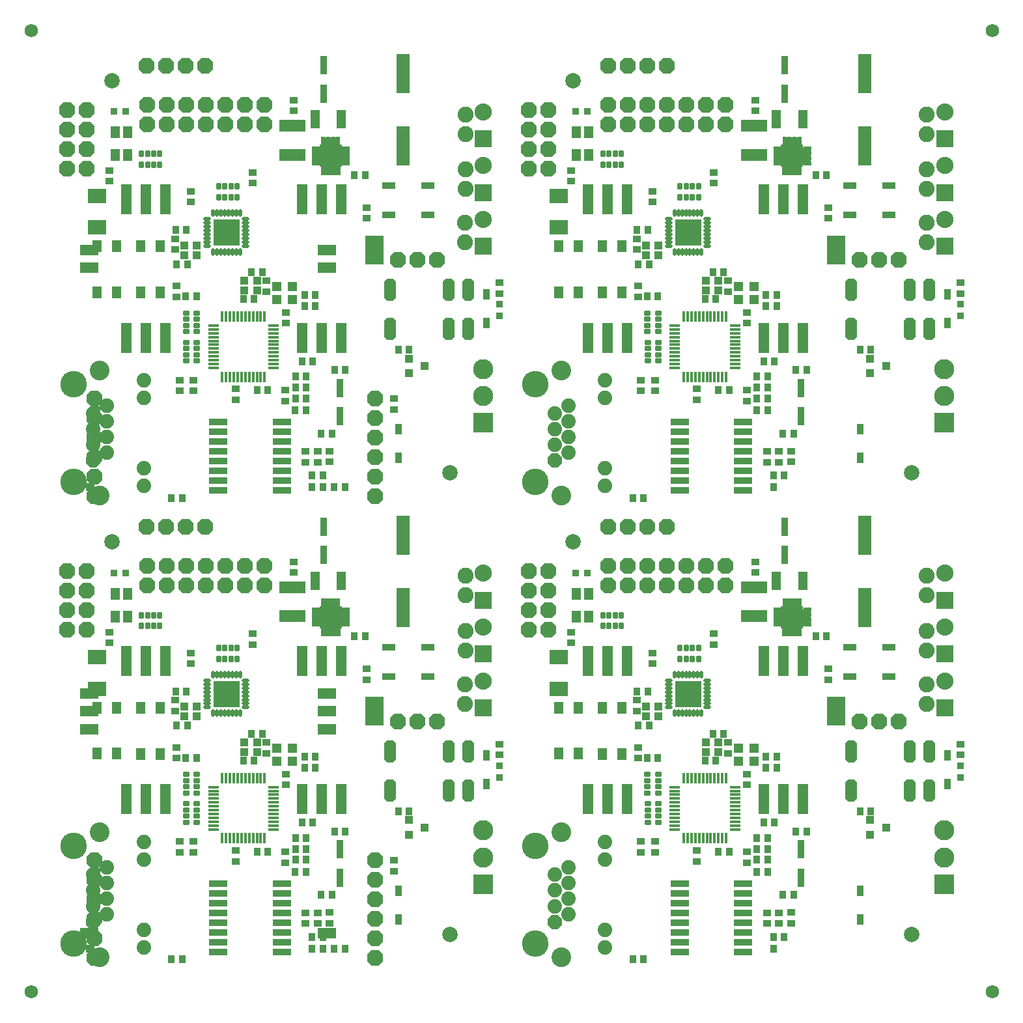
<source format=gts>
%FSTAX23Y23*%
%MOMM*%
%SFA1B1*%

%IPPOS*%
%AMD83*
4,1,8,0.939800,0.388620,0.388620,0.939800,-0.388620,0.939800,-0.939800,0.388620,-0.939800,-0.388620,-0.388620,-0.939800,0.388620,-0.939800,0.939800,-0.388620,0.939800,0.388620,0.0*
%
%AMD131*
4,1,8,0.124460,0.452120,-0.124460,0.452120,-0.350520,0.223520,-0.350520,-0.223520,-0.124460,-0.452120,0.124460,-0.452120,0.350520,-0.223520,0.350520,0.223520,0.124460,0.452120,0.0*
1,1,0.454000,0.124460,0.223520*
1,1,0.454000,-0.124460,0.223520*
1,1,0.454000,-0.124460,-0.223520*
1,1,0.454000,0.124460,-0.223520*
%
%AMD147*
4,1,8,-0.452120,0.124460,-0.452120,-0.124460,-0.223520,-0.350520,0.223520,-0.350520,0.452120,-0.124460,0.452120,0.124460,0.223520,0.350520,-0.223520,0.350520,-0.452120,0.124460,0.0*
1,1,0.454000,-0.223520,0.124460*
1,1,0.454000,-0.223520,-0.124460*
1,1,0.454000,0.223520,-0.124460*
1,1,0.454000,0.223520,0.124460*
%
%AMD150*
4,1,8,0.431800,-1.041400,1.041400,-0.431800,1.041400,0.431800,0.431800,1.041400,-0.431800,1.041400,-1.041400,0.431800,-1.041400,-0.431800,-0.431800,-1.041400,0.431800,-1.041400,0.0*
%
%AMD153*
4,1,8,0.762000,-1.041400,0.762000,1.041400,0.381000,1.422400,-0.381000,1.422400,-0.762000,1.041400,-0.762000,-1.041400,-0.381000,-1.422400,0.381000,-1.422400,0.762000,-1.041400,0.0*
%
%AMD154*
4,1,8,1.041400,0.431800,0.431800,1.041400,-0.431800,1.041400,-1.041400,0.431800,-1.041400,-0.431800,-0.431800,-1.041400,0.431800,-1.041400,1.041400,-0.431800,1.041400,0.431800,0.0*
%
G04~CAMADD=83~4~0.0~0.0~739.8~739.8~0.0~216.7~0~0.0~0.0~0.0~0.0~0~0.0~0.0~0.0~0.0~0~0.0~0.0~0.0~315.0~739.8~739.8*
%ADD83D83*%
%ADD90C,1.879996*%
%ADD114R,2.499995X1.224998*%
%ADD115R,1.124998X2.274995*%
%ADD116R,2.174996X1.224998*%
%ADD117R,1.124998X1.999996*%
%ADD118R,3.502993X3.502993*%
%ADD119O,0.452999X1.002998*%
%ADD120O,1.002998X0.452999*%
%ADD121R,1.802996X5.202990*%
%ADD122R,2.402995X3.802992*%
%ADD123R,2.437995X1.421997*%
%ADD124R,1.726997X0.964998*%
%ADD125R,1.102998X1.002998*%
%ADD126R,1.302997X1.602997*%
%ADD127R,0.964998X0.964998*%
%ADD128R,1.202998X1.302997*%
%ADD129R,1.102998X1.002998*%
%ADD130R,2.402995X0.962998*%
G04~CAMADD=131~8~0.0~0.0~276.8~355.5~89.4~0.0~15~0.0~0.0~0.0~0.0~0~0.0~0.0~0.0~0.0~0~0.0~0.0~0.0~0.0~276.8~355.5*
%ADD131D131*%
%ADD132R,1.202998X1.502997*%
%ADD133R,0.852998X2.402995*%
%ADD134R,1.452997X3.952992*%
%ADD135R,1.199998X2.399995*%
%ADD136R,3.502993X1.602997*%
%ADD137R,1.052998X0.552999*%
%ADD138R,0.552999X1.052998*%
%ADD139R,2.902994X2.902994*%
%ADD140R,1.402997X0.432999*%
%ADD141R,0.432999X1.402997*%
%ADD142R,2.362995X1.982996*%
%ADD143R,0.902998X1.402997*%
%ADD144R,0.999998X0.899998*%
%ADD145C,1.999996*%
%ADD146R,0.899998X0.999998*%
G04~CAMADD=147~8~0.0~0.0~276.8~355.5~89.4~0.0~15~0.0~0.0~0.0~0.0~0~0.0~0.0~0.0~0.0~0~0.0~0.0~0.0~90.0~356.0~276.0*
%ADD147D147*%
%ADD148R,0.964998X0.964998*%
%ADD149C,1.726997*%
G04~CAMADD=150~4~0.0~0.0~819.9~819.9~0.0~240.1~0~0.0~0.0~0.0~0.0~0~0.0~0.0~0.0~0.0~0~0.0~0.0~0.0~225.0~819.9~819.9*
%ADD150D150*%
%ADD151R,2.615995X2.615995*%
%ADD152C,2.615995*%
G04~CAMADD=153~4~0.0~0.0~1120.1~600.0~0.0~150.0~0~0.0~0.0~0.0~0.0~0~0.0~0.0~0.0~0.0~0~0.0~0.0~0.0~270.0~600.0~1120.0*
%ADD153D153*%
G04~CAMADD=154~4~0.0~0.0~819.9~819.9~0.0~240.1~0~0.0~0.0~0.0~0.0~0~0.0~0.0~0.0~0.0~0~0.0~0.0~0.0~315.0~819.9~819.9*
%ADD154D154*%
%ADD155C,2.557995*%
%ADD156C,3.452993*%
%ADD157R,2.234996X2.234996*%
%ADD158C,2.234996*%
%ADD159C,2.082996*%
%LNsnarc_panel-1*%
%LPD*%
G54D83*
X10564Y11619D03*
X70564D03*
X10564Y71619D03*
X70564D03*
G54D90*
X17164Y08314D03*
Y10604D03*
Y19744D03*
Y22034D03*
X12344Y18729D03*
X10564Y17739D03*
X12344Y16689D03*
X10564Y15699D03*
X12344Y14649D03*
X10564Y13659D03*
X12344Y12609D03*
X77164Y08314D03*
Y10604D03*
Y19744D03*
Y22034D03*
X72344Y18729D03*
X70564Y17739D03*
X72344Y16689D03*
X70564Y15699D03*
X72344Y14649D03*
X70564Y13659D03*
X72344Y12609D03*
X17164Y68314D03*
Y70604D03*
Y79744D03*
Y82034D03*
X12344Y78729D03*
X10564Y77739D03*
X12344Y76689D03*
X10564Y75699D03*
X12344Y74649D03*
X10564Y73659D03*
X12344Y72609D03*
X77164Y68314D03*
Y70604D03*
Y79744D03*
Y82034D03*
X72344Y78729D03*
X70564Y77739D03*
X72344Y76689D03*
X70564Y75699D03*
X72344Y74649D03*
X70564Y73659D03*
X72344Y72609D03*
G54D114*
X41449Y49337D03*
X101449D03*
X41449Y109337D03*
X101449D03*
G54D115*
X43387Y51161D03*
X103386D03*
X43387Y111161D03*
X103386D03*
G54D116*
X41512Y53061D03*
X101511D03*
X41512Y113061D03*
X101511D03*
G54D117*
X39562Y51224D03*
X99561D03*
X39562Y111224D03*
X99561D03*
G54D118*
X2792Y41253D03*
X8792D03*
X2792Y101253D03*
X8792D03*
G54D119*
X2617Y43753D03*
X2667D03*
X2717D03*
X2767D03*
X2817D03*
X2867D03*
X2917D03*
X2967D03*
Y38753D03*
X2917D03*
X2867D03*
X2817D03*
X2767D03*
X2717D03*
X2667D03*
X2617D03*
X8617Y43753D03*
X8667D03*
X8717D03*
X8767D03*
X8817D03*
X8867D03*
X8917D03*
X8967D03*
Y38753D03*
X8917D03*
X8867D03*
X8817D03*
X8767D03*
X8717D03*
X8667D03*
X8617D03*
X2617Y103753D03*
X2667D03*
X2717D03*
X2767D03*
X2817D03*
X2867D03*
X2917D03*
X2967D03*
Y98753D03*
X2917D03*
X2867D03*
X2817D03*
X2767D03*
X2717D03*
X2667D03*
X2617D03*
X8617Y103753D03*
X8667D03*
X8717D03*
X8767D03*
X8817D03*
X8867D03*
X8917D03*
X8967D03*
Y98753D03*
X8917D03*
X8867D03*
X8817D03*
X8767D03*
X8717D03*
X8667D03*
X8617D03*
G54D120*
X3042Y43003D03*
Y42503D03*
Y42003D03*
Y41503D03*
Y41003D03*
Y40503D03*
Y40003D03*
Y39503D03*
X2542D03*
Y40003D03*
Y40503D03*
Y41003D03*
Y41503D03*
Y42003D03*
Y42503D03*
Y43003D03*
X9042D03*
Y42503D03*
Y42003D03*
Y41503D03*
Y41003D03*
Y40503D03*
Y40003D03*
Y39503D03*
X8542D03*
Y40003D03*
Y40503D03*
Y41003D03*
Y41503D03*
Y42003D03*
Y42503D03*
Y43003D03*
X3042Y103003D03*
Y102503D03*
Y102003D03*
Y101503D03*
Y101003D03*
Y100503D03*
Y100003D03*
Y99503D03*
X2542D03*
Y100003D03*
Y100503D03*
Y101003D03*
Y101503D03*
Y102003D03*
Y102503D03*
Y103003D03*
X9042D03*
Y102503D03*
Y102003D03*
Y101503D03*
Y101003D03*
Y100503D03*
Y100003D03*
Y99503D03*
X8542D03*
Y100003D03*
Y100503D03*
Y101003D03*
Y101503D03*
Y102003D03*
Y102503D03*
Y103003D03*
G54D121*
X50874Y52524D03*
Y61924D03*
X110874Y52524D03*
Y61924D03*
X50874Y112524D03*
Y121924D03*
X110874Y112524D03*
Y121924D03*
G54D122*
X47148Y38999D03*
X107148D03*
X47148Y98999D03*
X107148D03*
G54D123*
X4095Y36688D03*
Y38999D03*
Y4131D03*
X10095Y36688D03*
Y38999D03*
Y4131D03*
X4095Y96688D03*
Y98999D03*
Y10131D03*
X10095Y96688D03*
Y98999D03*
Y10131D03*
G54D124*
X54064Y43544D03*
X48984D03*
X54064Y47354D03*
X48984D03*
X114064Y43544D03*
X108984D03*
X114064Y47354D03*
X108984D03*
X54064Y103544D03*
X48984D03*
X54064Y107354D03*
X48984D03*
X114064Y103544D03*
X108984D03*
X114064Y107354D03*
X108984D03*
G54D125*
X53699Y23899D03*
X51599Y22949D03*
Y24849D03*
X113699Y23899D03*
X111599Y22949D03*
Y24849D03*
X53699Y83899D03*
X51599Y82949D03*
Y84849D03*
X113699Y83899D03*
X111599Y82949D03*
Y84849D03*
G54D126*
X15024Y54299D03*
X13424D03*
X15024Y51299D03*
X13424D03*
X75024Y54299D03*
X73424D03*
X75024Y51299D03*
X73424D03*
X15024Y114299D03*
X13424D03*
X15024Y111299D03*
X13424D03*
X75024Y114299D03*
X73424D03*
X75024Y111299D03*
X73424D03*
G54D127*
X63374Y30412D03*
Y31936D03*
X123374Y30412D03*
Y31936D03*
X63374Y90412D03*
Y91936D03*
X123374Y90412D03*
Y91936D03*
G54D128*
X36499Y34199D03*
Y32499D03*
X34445Y32503D03*
Y34203D03*
X96499Y34199D03*
Y32499D03*
X94445Y32503D03*
Y34203D03*
X36499Y94199D03*
Y92499D03*
X34445Y92503D03*
Y94203D03*
X96499Y94199D03*
Y92499D03*
X94445Y92503D03*
Y94203D03*
G54D129*
X2242Y39578D03*
X2407D03*
Y38328D03*
X2242D03*
X3022Y34978D03*
X3187D03*
Y33728D03*
X3022D03*
X8242Y39578D03*
X8407D03*
Y38328D03*
X8242D03*
X9022Y34978D03*
X9187D03*
Y33728D03*
X9022D03*
X2242Y99578D03*
X2407D03*
Y98328D03*
X2242D03*
X3022Y94978D03*
X3187D03*
Y93728D03*
X3022D03*
X8242Y99578D03*
X8407D03*
Y98328D03*
X8242D03*
X9022Y94978D03*
X9187D03*
Y93728D03*
X9022D03*
G54D130*
X26846Y07729D03*
Y08999D03*
Y10269D03*
Y11539D03*
Y12809D03*
Y14079D03*
Y15349D03*
Y16619D03*
X35102D03*
Y15349D03*
Y14079D03*
Y12809D03*
Y11539D03*
Y10269D03*
Y08999D03*
Y07729D03*
X86847D03*
Y08999D03*
Y10269D03*
Y11539D03*
Y12809D03*
Y14079D03*
Y15349D03*
Y16619D03*
X95102D03*
Y15349D03*
Y14079D03*
Y12809D03*
Y11539D03*
Y10269D03*
Y08999D03*
Y07729D03*
X26846Y67729D03*
Y68999D03*
Y70269D03*
Y71539D03*
Y72809D03*
Y74079D03*
Y75349D03*
Y76619D03*
X35102D03*
Y75349D03*
Y74079D03*
Y72809D03*
Y71539D03*
Y70269D03*
Y68999D03*
Y67729D03*
X86847D03*
Y68999D03*
Y70269D03*
Y71539D03*
Y72809D03*
Y74079D03*
Y75349D03*
Y76619D03*
X95102D03*
Y75349D03*
Y74079D03*
Y72809D03*
Y71539D03*
Y70269D03*
Y68999D03*
Y67729D03*
G54D131*
X26895Y45828D03*
X27695D03*
X28495D03*
X29295D03*
X26895Y47228D03*
X27695D03*
X28495D03*
X29295D03*
X19245Y51478D03*
X18445D03*
X17645D03*
X16845D03*
X19245Y50078D03*
X18445D03*
X17645D03*
X16845D03*
X86895Y45828D03*
X87695D03*
X88495D03*
X89295D03*
X86895Y47228D03*
X87695D03*
X88495D03*
X89295D03*
X79245Y51478D03*
X78445D03*
X77645D03*
X76845D03*
X79245Y50078D03*
X78445D03*
X77645D03*
X76845D03*
X26895Y105828D03*
X27695D03*
X28495D03*
X29295D03*
X26895Y107228D03*
X27695D03*
X28495D03*
X29295D03*
X19245Y111478D03*
X18445D03*
X17645D03*
X16845D03*
X19245Y110078D03*
X18445D03*
X17645D03*
X16845D03*
X86895Y105828D03*
X87695D03*
X88495D03*
X89295D03*
X86895Y107228D03*
X87695D03*
X88495D03*
X89295D03*
X79245Y111478D03*
X78445D03*
X77645D03*
X76845D03*
X79245Y110078D03*
X78445D03*
X77645D03*
X76845D03*
G54D132*
X16775Y33453D03*
X19315D03*
X16775Y39453D03*
X19315D03*
X13615Y39478D03*
X11075D03*
X13615Y33478D03*
X11075D03*
X76775Y33453D03*
X79315D03*
X76775Y39453D03*
X79315D03*
X73615Y39478D03*
X71075D03*
X73615Y33478D03*
X71075D03*
X16775Y93453D03*
X19315D03*
X16775Y99453D03*
X19315D03*
X13615Y99478D03*
X11075D03*
X13615Y93478D03*
X11075D03*
X76775Y93453D03*
X79315D03*
X76775Y99453D03*
X79315D03*
X73615Y99478D03*
X71075D03*
X73615Y93478D03*
X71075D03*
G54D133*
X42624Y17349D03*
Y21049D03*
X40524Y59324D03*
Y63024D03*
X102624Y17349D03*
Y21049D03*
X100524Y59324D03*
Y63024D03*
X42624Y77349D03*
Y81049D03*
X40524Y119324D03*
Y123024D03*
X102624Y77349D03*
Y81049D03*
X100524Y119324D03*
Y123024D03*
G54D134*
X42845Y27578D03*
X40305D03*
X37765D03*
X19985D03*
X17445D03*
X14905D03*
Y45578D03*
X17445D03*
X19985D03*
X37765D03*
X40305D03*
X42845D03*
X102845Y27578D03*
X100305D03*
X97765D03*
X79985D03*
X77445D03*
X74905D03*
Y45578D03*
X77445D03*
X79985D03*
X97765D03*
X100305D03*
X102845D03*
X42845Y87578D03*
X40305D03*
X37765D03*
X19985D03*
X17445D03*
X14905D03*
Y105578D03*
X17445D03*
X19985D03*
X37765D03*
X40305D03*
X42845D03*
X102845Y87578D03*
X100305D03*
X97765D03*
X79985D03*
X77445D03*
X74905D03*
Y105578D03*
X77445D03*
X79985D03*
X97765D03*
X100305D03*
X102845D03*
G54D135*
X39424Y55949D03*
X42824D03*
X99424D03*
X102824D03*
X39424Y115949D03*
X42824D03*
X99424D03*
X102824D03*
G54D136*
X36474Y51349D03*
Y55149D03*
X96474Y51349D03*
Y55149D03*
X36474Y111349D03*
Y115149D03*
X96474Y111349D03*
Y115149D03*
G54D137*
X39524Y50249D03*
Y50899D03*
Y51549D03*
Y52199D03*
X43424Y50249D03*
Y51549D03*
Y50899D03*
Y52199D03*
X99524Y50249D03*
Y50899D03*
Y51549D03*
Y52199D03*
X103424Y50249D03*
Y51549D03*
Y50899D03*
Y52199D03*
X39524Y110249D03*
Y110899D03*
Y111549D03*
Y112199D03*
X43424Y110249D03*
Y111549D03*
Y110899D03*
Y112199D03*
X99524Y110249D03*
Y110899D03*
Y111549D03*
Y112199D03*
X103424Y110249D03*
Y111549D03*
Y110899D03*
Y112199D03*
G54D138*
X40474Y53149D03*
X41124D03*
X41774D03*
X42424D03*
X40474Y49249D03*
X42424D03*
X41774D03*
X41124D03*
X100474Y53149D03*
X101124D03*
X101774D03*
X102424D03*
X100474Y49249D03*
X102424D03*
X101774D03*
X101124D03*
X40474Y113149D03*
X41124D03*
X41774D03*
X42424D03*
X40474Y109249D03*
X42424D03*
X41774D03*
X41124D03*
X100474Y113149D03*
X101124D03*
X101774D03*
X102424D03*
X100474Y109249D03*
X102424D03*
X101774D03*
X101124D03*
G54D139*
X41449Y51224D03*
X101449D03*
X41449Y111224D03*
X101449D03*
G54D140*
X26199Y23649D03*
Y24149D03*
Y24649D03*
Y25149D03*
Y25649D03*
Y26149D03*
Y26649D03*
Y27149D03*
Y27649D03*
Y28149D03*
Y28649D03*
Y29149D03*
X34049D03*
Y28649D03*
Y28149D03*
Y27649D03*
Y27149D03*
Y26649D03*
Y26149D03*
Y25649D03*
Y25149D03*
Y24649D03*
Y24149D03*
Y23649D03*
X86199D03*
Y24149D03*
Y24649D03*
Y25149D03*
Y25649D03*
Y26149D03*
Y26649D03*
Y27149D03*
Y27649D03*
Y28149D03*
Y28649D03*
Y29149D03*
X94049D03*
Y28649D03*
Y28149D03*
Y27649D03*
Y27149D03*
Y26649D03*
Y26149D03*
Y25649D03*
Y25149D03*
Y24649D03*
Y24149D03*
Y23649D03*
X26199Y83649D03*
Y84149D03*
Y84649D03*
Y85149D03*
Y85649D03*
Y86149D03*
Y86649D03*
Y87149D03*
Y87649D03*
Y88149D03*
Y88649D03*
Y89149D03*
X34049D03*
Y88649D03*
Y88149D03*
Y87649D03*
Y87149D03*
Y86649D03*
Y86149D03*
Y85649D03*
Y85149D03*
Y84649D03*
Y84149D03*
Y83649D03*
X86199D03*
Y84149D03*
Y84649D03*
Y85149D03*
Y85649D03*
Y86149D03*
Y86649D03*
Y87149D03*
Y87649D03*
Y88149D03*
Y88649D03*
Y89149D03*
X94049D03*
Y88649D03*
Y88149D03*
Y87649D03*
Y87149D03*
Y86649D03*
Y86149D03*
Y85649D03*
Y85149D03*
Y84649D03*
Y84149D03*
Y83649D03*
G54D141*
X27374Y30324D03*
X27874D03*
X28374D03*
X28874D03*
X29374D03*
X29874D03*
X30374D03*
X30874D03*
X31374D03*
X31874D03*
X32374D03*
X32874D03*
Y22474D03*
X32374D03*
X31874D03*
X31374D03*
X30874D03*
X30374D03*
X29874D03*
X29374D03*
X28874D03*
X28374D03*
X27874D03*
X27374D03*
X87374Y30324D03*
X87874D03*
X88374D03*
X88874D03*
X89374D03*
X89874D03*
X90374D03*
X90874D03*
X91374D03*
X91874D03*
X92374D03*
X92874D03*
Y22474D03*
X92374D03*
X91874D03*
X91374D03*
X90874D03*
X90374D03*
X89874D03*
X89374D03*
X88874D03*
X88374D03*
X87874D03*
X87374D03*
X27374Y90324D03*
X27874D03*
X28374D03*
X28874D03*
X29374D03*
X29874D03*
X30374D03*
X30874D03*
X31374D03*
X31874D03*
X32374D03*
X32874D03*
Y82474D03*
X32374D03*
X31874D03*
X31374D03*
X30874D03*
X30374D03*
X29874D03*
X29374D03*
X28874D03*
X28374D03*
X27874D03*
X27374D03*
X87374Y90324D03*
X87874D03*
X88374D03*
X88874D03*
X89374D03*
X89874D03*
X90374D03*
X90874D03*
X91374D03*
X91874D03*
X92374D03*
X92874D03*
Y82474D03*
X92374D03*
X91874D03*
X91374D03*
X90874D03*
X90374D03*
X89874D03*
X89374D03*
X88874D03*
X88374D03*
X87874D03*
X87374D03*
G54D142*
X11095Y41938D03*
Y46008D03*
X71095Y41938D03*
Y46008D03*
X11095Y101938D03*
Y106008D03*
X71095Y101938D03*
Y106008D03*
G54D143*
X61699Y29524D03*
Y33224D03*
X50274Y11949D03*
Y15649D03*
X121699Y29524D03*
Y33224D03*
X110274Y11949D03*
Y15649D03*
X61699Y89524D03*
Y93224D03*
X50274Y71949D03*
Y75649D03*
X121699Y89524D03*
Y93224D03*
X110274Y71949D03*
Y75649D03*
G54D144*
X63374Y33324D03*
Y34724D03*
X21245Y39028D03*
Y40428D03*
X31299Y49074D03*
Y47674D03*
X23299Y46599D03*
Y45199D03*
X4972Y18228D03*
Y19628D03*
X36674Y57049D03*
Y58449D03*
X12724Y47899D03*
Y49299D03*
X41347Y11424D03*
Y12824D03*
X29074Y19499D03*
Y20899D03*
X3312Y34953D03*
Y33553D03*
X35549Y19324D03*
Y20724D03*
X35599Y30849D03*
Y29449D03*
X3977Y11403D03*
Y12803D03*
X3817Y11403D03*
Y12803D03*
X21799Y20674D03*
Y22074D03*
X23649Y20649D03*
Y22049D03*
X2142Y34303D03*
Y32903D03*
X46149Y43099D03*
Y44499D03*
X123374Y33324D03*
Y34724D03*
X81245Y39028D03*
Y40428D03*
X91299Y49074D03*
Y47674D03*
X83299Y46599D03*
Y45199D03*
X10972Y18228D03*
Y19628D03*
X96674Y57049D03*
Y58449D03*
X72724Y47899D03*
Y49299D03*
X101347Y11424D03*
Y12824D03*
X89074Y19499D03*
Y20899D03*
X9312Y34953D03*
Y33553D03*
X95549Y19324D03*
Y20724D03*
X95599Y30849D03*
Y29449D03*
X9977Y11403D03*
Y12803D03*
X9817Y11403D03*
Y12803D03*
X81799Y20674D03*
Y22074D03*
X83649Y20649D03*
Y22049D03*
X8142Y34303D03*
Y32903D03*
X106149Y43099D03*
Y44499D03*
X63374Y93324D03*
Y94724D03*
X21245Y99028D03*
Y100428D03*
X31299Y109074D03*
Y107674D03*
X23299Y106599D03*
Y105199D03*
X4972Y78228D03*
Y79628D03*
X36674Y117049D03*
Y118449D03*
X12724Y107899D03*
Y109299D03*
X41347Y71424D03*
Y72824D03*
X29074Y79499D03*
Y80899D03*
X3312Y94953D03*
Y93553D03*
X35549Y79324D03*
Y80724D03*
X35599Y90849D03*
Y89449D03*
X3977Y71403D03*
Y72803D03*
X3817Y71403D03*
Y72803D03*
X21799Y80674D03*
Y82074D03*
X23649Y80649D03*
Y82049D03*
X2142Y94303D03*
Y92903D03*
X46149Y103099D03*
Y104499D03*
X123374Y93324D03*
Y94724D03*
X81245Y99028D03*
Y100428D03*
X91299Y109074D03*
Y107674D03*
X83299Y106599D03*
Y105199D03*
X10972Y78228D03*
Y79628D03*
X96674Y117049D03*
Y118449D03*
X72724Y107899D03*
Y109299D03*
X101347Y71424D03*
Y72824D03*
X89074Y79499D03*
Y80899D03*
X9312Y94953D03*
Y93553D03*
X95549Y79324D03*
Y80724D03*
X95599Y90849D03*
Y89449D03*
X9977Y71403D03*
Y72803D03*
X9817Y71403D03*
Y72803D03*
X81799Y80674D03*
Y82074D03*
X83649Y80649D03*
Y82049D03*
X8142Y94303D03*
Y92903D03*
X106149Y103099D03*
Y104499D03*
G54D145*
X12999Y60999D03*
X56999Y09999D03*
X72999Y60999D03*
X116999Y09999D03*
X12999Y120999D03*
X56999Y69999D03*
X72999Y120999D03*
X116999Y69999D03*
G54D146*
X21295Y41578D03*
X22695D03*
X39474Y33124D03*
X38074D03*
X45924Y48724D03*
X44524D03*
X21445Y37128D03*
X22845D03*
X4332Y08128D03*
X4192D03*
X41647Y15105D03*
X40247D03*
X43349Y23349D03*
X41949D03*
X39149Y24524D03*
X37749D03*
X39474Y31674D03*
X38074D03*
X3257Y36053D03*
X3117D03*
X38249Y18124D03*
X36849D03*
X36874Y22499D03*
X38274D03*
X36874Y19699D03*
X38274D03*
Y21099D03*
X36874D03*
X3902Y08128D03*
X4042D03*
X33274Y20774D03*
X31874D03*
X3012Y32603D03*
X3152D03*
X40424Y09674D03*
X39024D03*
X22149Y06724D03*
X20749D03*
X2402Y32928D03*
X2262D03*
X51674Y25999D03*
X50274D03*
X81295Y41578D03*
X82695D03*
X99474Y33124D03*
X98074D03*
X105924Y48724D03*
X104524D03*
X81445Y37128D03*
X82845D03*
X10332Y08128D03*
X10192D03*
X101647Y15105D03*
X100247D03*
X103349Y23349D03*
X101949D03*
X99149Y24524D03*
X97749D03*
X99474Y31674D03*
X98074D03*
X9257Y36053D03*
X9117D03*
X98249Y18124D03*
X96849D03*
X96874Y22499D03*
X98274D03*
X96874Y19699D03*
X98274D03*
Y21099D03*
X96874D03*
X9902Y08128D03*
X10042D03*
X93274Y20774D03*
X91874D03*
X9012Y32603D03*
X9152D03*
X100424Y09674D03*
X99024D03*
X82149Y06724D03*
X80749D03*
X8402Y32928D03*
X8262D03*
X111674Y25999D03*
X110274D03*
X21295Y101578D03*
X22695D03*
X39474Y93124D03*
X38074D03*
X45924Y108724D03*
X44524D03*
X21445Y97128D03*
X22845D03*
X4332Y68128D03*
X4192D03*
X41647Y75105D03*
X40247D03*
X43349Y83349D03*
X41949D03*
X39149Y84524D03*
X37749D03*
X39474Y91674D03*
X38074D03*
X3257Y96053D03*
X3117D03*
X38249Y78124D03*
X36849D03*
X36874Y82499D03*
X38274D03*
X36874Y79699D03*
X38274D03*
Y81099D03*
X36874D03*
X3902Y68128D03*
X4042D03*
X33274Y80774D03*
X31874D03*
X3012Y92603D03*
X3152D03*
X40424Y69674D03*
X39024D03*
X22149Y66724D03*
X20749D03*
X2402Y92928D03*
X2262D03*
X51674Y85999D03*
X50274D03*
X81295Y101578D03*
X82695D03*
X99474Y93124D03*
X98074D03*
X105924Y108724D03*
X104524D03*
X81445Y97128D03*
X82845D03*
X10332Y68128D03*
X10192D03*
X101647Y75105D03*
X100247D03*
X103349Y83349D03*
X101949D03*
X99149Y84524D03*
X97749D03*
X99474Y91674D03*
X98074D03*
X9257Y96053D03*
X9117D03*
X98249Y78124D03*
X96849D03*
X96874Y82499D03*
X98274D03*
X96874Y79699D03*
X98274D03*
Y81099D03*
X96874D03*
X9902Y68128D03*
X10042D03*
X93274Y80774D03*
X91874D03*
X9012Y92603D03*
X9152D03*
X100424Y69674D03*
X99024D03*
X82149Y66724D03*
X80749D03*
X8402Y92928D03*
X8262D03*
X111674Y85999D03*
X110274D03*
G54D147*
X24049Y28374D03*
Y29174D03*
Y29974D03*
Y30774D03*
X22649Y28374D03*
Y29174D03*
Y29974D03*
Y30774D03*
X24074Y24574D03*
Y25374D03*
Y26174D03*
Y26974D03*
X22674Y24574D03*
Y25374D03*
Y26174D03*
Y26974D03*
X84049Y28374D03*
Y29174D03*
Y29974D03*
Y30774D03*
X82649Y28374D03*
Y29174D03*
Y29974D03*
Y30774D03*
X84074Y24574D03*
Y25374D03*
Y26174D03*
Y26974D03*
X82674Y24574D03*
Y25374D03*
Y26174D03*
Y26974D03*
X24049Y88374D03*
Y89174D03*
Y89974D03*
Y90774D03*
X22649Y88374D03*
Y89174D03*
Y89974D03*
Y90774D03*
X24074Y84574D03*
Y85374D03*
Y86174D03*
Y86974D03*
X22674Y84574D03*
Y85374D03*
Y86174D03*
Y86974D03*
X84049Y88374D03*
Y89174D03*
Y89974D03*
Y90774D03*
X82649Y88374D03*
Y89174D03*
Y89974D03*
Y90774D03*
X84074Y84574D03*
Y85374D03*
Y86174D03*
Y86974D03*
X82674Y84574D03*
Y85374D03*
Y86174D03*
Y86974D03*
G54D148*
X13312Y56999D03*
X14836D03*
X73312D03*
X74836D03*
X13312Y116999D03*
X14836D03*
X73312D03*
X74836D03*
G54D149*
X127499Y127499D03*
X02499D03*
Y02499D03*
X127499D03*
G54D150*
X22619Y62951D03*
X20079D03*
X17539D03*
X25159D03*
X32819Y57869D03*
X25199Y55329D03*
Y57869D03*
X27739Y55329D03*
Y57869D03*
X30279Y55329D03*
Y57869D03*
X32819Y55329D03*
X22659Y57869D03*
Y55329D03*
X20119D03*
Y57869D03*
X17579D03*
Y55329D03*
X55284Y37694D03*
X52744D03*
X50204D03*
X82619Y62951D03*
X80079D03*
X77539D03*
X85159D03*
X92819Y57869D03*
X85199Y55329D03*
Y57869D03*
X87739Y55329D03*
Y57869D03*
X90279Y55329D03*
Y57869D03*
X92819Y55329D03*
X82659Y57869D03*
Y55329D03*
X80119D03*
Y57869D03*
X77579D03*
Y55329D03*
X115284Y37694D03*
X112744D03*
X110204D03*
X22619Y122951D03*
X20079D03*
X17539D03*
X25159D03*
X32819Y117869D03*
X25199Y115329D03*
Y117869D03*
X27739Y115329D03*
Y117869D03*
X30279Y115329D03*
Y117869D03*
X32819Y115329D03*
X22659Y117869D03*
Y115329D03*
X20119D03*
Y117869D03*
X17579D03*
Y115329D03*
X55284Y97694D03*
X52744D03*
X50204D03*
X82619Y122951D03*
X80079D03*
X77539D03*
X85159D03*
X92819Y117869D03*
X85199Y115329D03*
Y117869D03*
X87739Y115329D03*
Y117869D03*
X90279Y115329D03*
Y117869D03*
X92819Y115329D03*
X82659Y117869D03*
Y115329D03*
X80119D03*
Y117869D03*
X77579D03*
Y115329D03*
X115284Y97694D03*
X112744D03*
X110204D03*
G54D151*
X61249Y16499D03*
X121249D03*
X61249Y76499D03*
X121249D03*
G54D152*
X61249Y19999D03*
Y23499D03*
X121249Y19999D03*
Y23499D03*
X61249Y79999D03*
Y83499D03*
X121249Y79999D03*
Y83499D03*
G54D153*
X59325Y28688D03*
X56785D03*
X49165D03*
Y33768D03*
X56785D03*
X59325D03*
X119325Y28688D03*
X116785D03*
X109165D03*
Y33768D03*
X116785D03*
X119325D03*
X59325Y88688D03*
X56785D03*
X49165D03*
Y93768D03*
X56785D03*
X59325D03*
X119325Y88688D03*
X116785D03*
X109165D03*
Y93768D03*
X116785D03*
X119325D03*
G54D154*
X09719Y57209D03*
X07179Y54669D03*
X09719D03*
X07179Y52129D03*
X09719D03*
X07179Y49589D03*
X09719D03*
X07179Y57209D03*
X4725Y19663D03*
Y06963D03*
Y17123D03*
Y09503D03*
Y14583D03*
Y12043D03*
X69719Y57209D03*
X67179Y54669D03*
X69719D03*
X67179Y52129D03*
X69719D03*
X67179Y49589D03*
X69719D03*
X67179Y57209D03*
X10725Y19663D03*
Y06963D03*
Y17123D03*
Y09503D03*
Y14583D03*
Y12043D03*
X09719Y117209D03*
X07179Y114669D03*
X09719D03*
X07179Y112129D03*
X09719D03*
X07179Y109589D03*
X09719D03*
X07179Y117209D03*
X4725Y79663D03*
Y66963D03*
Y77123D03*
Y69503D03*
Y74583D03*
Y72043D03*
X69719Y117209D03*
X67179Y114669D03*
X69719D03*
X67179Y112129D03*
X69719D03*
X67179Y109589D03*
X69719D03*
X67179Y117209D03*
X10725Y79663D03*
Y66963D03*
Y77123D03*
Y69503D03*
Y74583D03*
Y72043D03*
G54D155*
X11454Y07044D03*
Y23304D03*
X71454Y07044D03*
Y23304D03*
X11454Y67044D03*
Y83304D03*
X71454Y67044D03*
Y83304D03*
G54D156*
X08024Y21524D03*
Y08824D03*
X68024Y21524D03*
Y08824D03*
X08024Y81524D03*
Y68824D03*
X68024Y81524D03*
Y68824D03*
G54D157*
X61324Y53449D03*
Y39449D03*
Y46449D03*
X121324Y53449D03*
Y39449D03*
Y46449D03*
X61324Y113449D03*
Y99449D03*
Y106449D03*
X121324Y113449D03*
Y99449D03*
Y106449D03*
G54D158*
X61324Y56949D03*
Y42949D03*
Y49949D03*
X121324Y56949D03*
Y42949D03*
Y49949D03*
X61324Y116949D03*
Y102949D03*
Y109949D03*
X121324Y116949D03*
Y102949D03*
Y109949D03*
G54D159*
X58974Y56614D03*
Y54074D03*
Y46924D03*
Y49464D03*
X58949Y42489D03*
Y39949D03*
X118974Y56614D03*
Y54074D03*
Y46924D03*
Y49464D03*
X118949Y42489D03*
Y39949D03*
X58974Y116614D03*
Y114074D03*
Y106924D03*
Y109464D03*
X58949Y102489D03*
Y99949D03*
X118974Y116614D03*
Y114074D03*
Y106924D03*
Y109464D03*
X118949Y102489D03*
Y99949D03*
M02*
</source>
